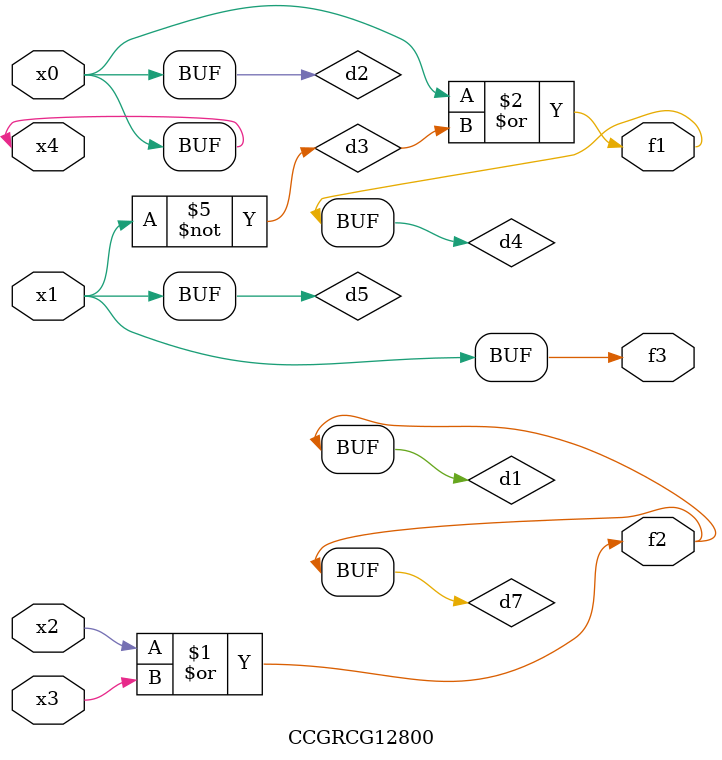
<source format=v>
module CCGRCG12800(
	input x0, x1, x2, x3, x4,
	output f1, f2, f3
);

	wire d1, d2, d3, d4, d5, d6, d7;

	or (d1, x2, x3);
	buf (d2, x0, x4);
	not (d3, x1);
	or (d4, d2, d3);
	not (d5, d3);
	nand (d6, d1, d3);
	or (d7, d1);
	assign f1 = d4;
	assign f2 = d7;
	assign f3 = d5;
endmodule

</source>
